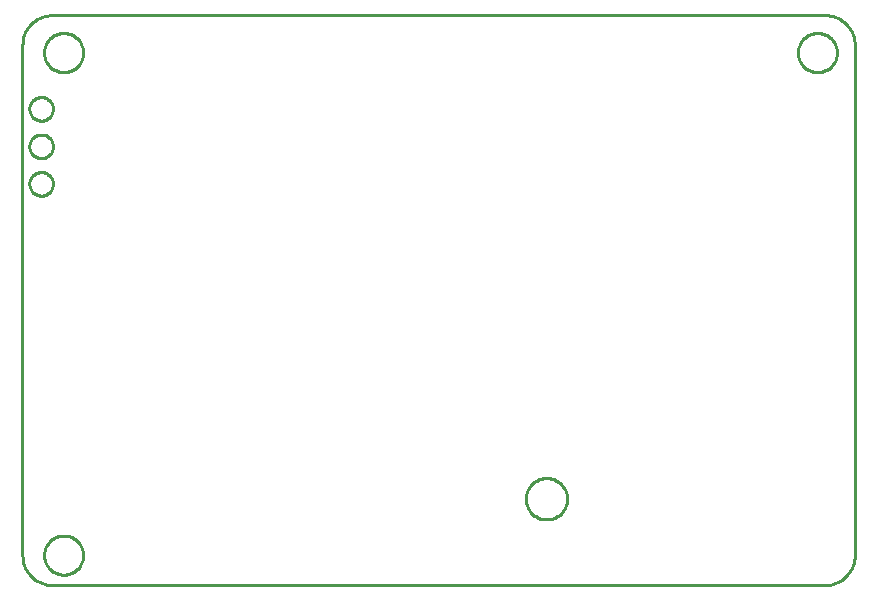
<source format=gbr>
G04 EAGLE Gerber RS-274X export*
G75*
%MOMM*%
%FSLAX34Y34*%
%LPD*%
%IN*%
%IPPOS*%
%AMOC8*
5,1,8,0,0,1.08239X$1,22.5*%
G01*
%ADD10C,0.254000*%


D10*
X0Y25400D02*
X97Y23186D01*
X386Y20989D01*
X865Y18826D01*
X1532Y16713D01*
X2380Y14666D01*
X3403Y12700D01*
X4594Y10831D01*
X5942Y9073D01*
X7440Y7440D01*
X9073Y5942D01*
X10831Y4594D01*
X12700Y3403D01*
X14666Y2380D01*
X16713Y1532D01*
X18826Y865D01*
X20989Y386D01*
X23186Y97D01*
X25400Y0D01*
X679450Y0D01*
X681664Y97D01*
X683861Y386D01*
X686024Y865D01*
X688137Y1532D01*
X690185Y2380D01*
X692150Y3403D01*
X694019Y4594D01*
X695777Y5942D01*
X697411Y7440D01*
X698908Y9073D01*
X700256Y10831D01*
X701447Y12700D01*
X702470Y14666D01*
X703318Y16713D01*
X703985Y18826D01*
X704464Y20989D01*
X704753Y23186D01*
X704850Y25400D01*
X704850Y457200D01*
X704753Y459414D01*
X704464Y461611D01*
X703985Y463774D01*
X703318Y465887D01*
X702470Y467935D01*
X701447Y469900D01*
X700256Y471769D01*
X698908Y473527D01*
X697411Y475161D01*
X695777Y476658D01*
X694019Y478006D01*
X692150Y479197D01*
X690185Y480220D01*
X688137Y481068D01*
X686024Y481735D01*
X683861Y482214D01*
X681664Y482503D01*
X679450Y482600D01*
X25400Y482600D01*
X23186Y482503D01*
X20989Y482214D01*
X18826Y481735D01*
X16713Y481068D01*
X14666Y480220D01*
X12700Y479197D01*
X10831Y478006D01*
X9073Y476658D01*
X7440Y475161D01*
X5942Y473527D01*
X4594Y471769D01*
X3403Y469900D01*
X2380Y467935D01*
X1532Y465887D01*
X865Y463774D01*
X386Y461611D01*
X97Y459414D01*
X0Y457200D01*
X0Y25400D01*
X25875Y339288D02*
X25799Y338419D01*
X25647Y337559D01*
X25421Y336715D01*
X25123Y335895D01*
X24754Y335103D01*
X24317Y334347D01*
X23816Y333632D01*
X23255Y332963D01*
X22637Y332345D01*
X21968Y331784D01*
X21253Y331283D01*
X20497Y330846D01*
X19705Y330477D01*
X18885Y330179D01*
X18041Y329953D01*
X17182Y329801D01*
X16312Y329725D01*
X15438Y329725D01*
X14569Y329801D01*
X13709Y329953D01*
X12865Y330179D01*
X12045Y330477D01*
X11253Y330846D01*
X10497Y331283D01*
X9782Y331784D01*
X9113Y332345D01*
X8495Y332963D01*
X7934Y333632D01*
X7433Y334347D01*
X6996Y335103D01*
X6627Y335895D01*
X6329Y336715D01*
X6103Y337559D01*
X5951Y338419D01*
X5875Y339288D01*
X5875Y340162D01*
X5951Y341032D01*
X6103Y341891D01*
X6329Y342735D01*
X6627Y343555D01*
X6996Y344347D01*
X7433Y345103D01*
X7934Y345818D01*
X8495Y346487D01*
X9113Y347105D01*
X9782Y347666D01*
X10497Y348167D01*
X11253Y348604D01*
X12045Y348973D01*
X12865Y349271D01*
X13709Y349497D01*
X14569Y349649D01*
X15438Y349725D01*
X16312Y349725D01*
X17182Y349649D01*
X18041Y349497D01*
X18885Y349271D01*
X19705Y348973D01*
X20497Y348604D01*
X21253Y348167D01*
X21968Y347666D01*
X22637Y347105D01*
X23255Y346487D01*
X23816Y345818D01*
X24317Y345103D01*
X24754Y344347D01*
X25123Y343555D01*
X25421Y342735D01*
X25647Y341891D01*
X25799Y341032D01*
X25875Y340162D01*
X25875Y339288D01*
X25875Y371038D02*
X25799Y370169D01*
X25647Y369309D01*
X25421Y368465D01*
X25123Y367645D01*
X24754Y366853D01*
X24317Y366097D01*
X23816Y365382D01*
X23255Y364713D01*
X22637Y364095D01*
X21968Y363534D01*
X21253Y363033D01*
X20497Y362596D01*
X19705Y362227D01*
X18885Y361929D01*
X18041Y361703D01*
X17182Y361551D01*
X16312Y361475D01*
X15438Y361475D01*
X14569Y361551D01*
X13709Y361703D01*
X12865Y361929D01*
X12045Y362227D01*
X11253Y362596D01*
X10497Y363033D01*
X9782Y363534D01*
X9113Y364095D01*
X8495Y364713D01*
X7934Y365382D01*
X7433Y366097D01*
X6996Y366853D01*
X6627Y367645D01*
X6329Y368465D01*
X6103Y369309D01*
X5951Y370169D01*
X5875Y371038D01*
X5875Y371912D01*
X5951Y372782D01*
X6103Y373641D01*
X6329Y374485D01*
X6627Y375305D01*
X6996Y376097D01*
X7433Y376853D01*
X7934Y377568D01*
X8495Y378237D01*
X9113Y378855D01*
X9782Y379416D01*
X10497Y379917D01*
X11253Y380354D01*
X12045Y380723D01*
X12865Y381021D01*
X13709Y381247D01*
X14569Y381399D01*
X15438Y381475D01*
X16312Y381475D01*
X17182Y381399D01*
X18041Y381247D01*
X18885Y381021D01*
X19705Y380723D01*
X20497Y380354D01*
X21253Y379917D01*
X21968Y379416D01*
X22637Y378855D01*
X23255Y378237D01*
X23816Y377568D01*
X24317Y376853D01*
X24754Y376097D01*
X25123Y375305D01*
X25421Y374485D01*
X25647Y373641D01*
X25799Y372782D01*
X25875Y371912D01*
X25875Y371038D01*
X25875Y402788D02*
X25799Y401919D01*
X25647Y401059D01*
X25421Y400215D01*
X25123Y399395D01*
X24754Y398603D01*
X24317Y397847D01*
X23816Y397132D01*
X23255Y396463D01*
X22637Y395845D01*
X21968Y395284D01*
X21253Y394783D01*
X20497Y394346D01*
X19705Y393977D01*
X18885Y393679D01*
X18041Y393453D01*
X17182Y393301D01*
X16312Y393225D01*
X15438Y393225D01*
X14569Y393301D01*
X13709Y393453D01*
X12865Y393679D01*
X12045Y393977D01*
X11253Y394346D01*
X10497Y394783D01*
X9782Y395284D01*
X9113Y395845D01*
X8495Y396463D01*
X7934Y397132D01*
X7433Y397847D01*
X6996Y398603D01*
X6627Y399395D01*
X6329Y400215D01*
X6103Y401059D01*
X5951Y401919D01*
X5875Y402788D01*
X5875Y403662D01*
X5951Y404532D01*
X6103Y405391D01*
X6329Y406235D01*
X6627Y407055D01*
X6996Y407847D01*
X7433Y408603D01*
X7934Y409318D01*
X8495Y409987D01*
X9113Y410605D01*
X9782Y411166D01*
X10497Y411667D01*
X11253Y412104D01*
X12045Y412473D01*
X12865Y412771D01*
X13709Y412997D01*
X14569Y413149D01*
X15438Y413225D01*
X16312Y413225D01*
X17182Y413149D01*
X18041Y412997D01*
X18885Y412771D01*
X19705Y412473D01*
X20497Y412104D01*
X21253Y411667D01*
X21968Y411166D01*
X22637Y410605D01*
X23255Y409987D01*
X23816Y409318D01*
X24317Y408603D01*
X24754Y407847D01*
X25123Y407055D01*
X25421Y406235D01*
X25647Y405391D01*
X25799Y404532D01*
X25875Y403662D01*
X25875Y402788D01*
X51435Y24860D02*
X51364Y23781D01*
X51223Y22709D01*
X51012Y21649D01*
X50733Y20605D01*
X50385Y19581D01*
X49971Y18583D01*
X49493Y17613D01*
X48953Y16677D01*
X48352Y15778D01*
X47694Y14921D01*
X46982Y14108D01*
X46217Y13344D01*
X45404Y12631D01*
X44547Y11973D01*
X43648Y11372D01*
X42712Y10832D01*
X41742Y10354D01*
X40744Y9940D01*
X39720Y9592D01*
X38676Y9313D01*
X37616Y9102D01*
X36544Y8961D01*
X35465Y8890D01*
X34385Y8890D01*
X33306Y8961D01*
X32234Y9102D01*
X31174Y9313D01*
X30130Y9592D01*
X29106Y9940D01*
X28108Y10354D01*
X27138Y10832D01*
X26202Y11372D01*
X25303Y11973D01*
X24446Y12631D01*
X23633Y13344D01*
X22869Y14108D01*
X22156Y14921D01*
X21498Y15778D01*
X20897Y16677D01*
X20357Y17613D01*
X19879Y18583D01*
X19465Y19581D01*
X19117Y20605D01*
X18838Y21649D01*
X18627Y22709D01*
X18486Y23781D01*
X18415Y24860D01*
X18415Y25940D01*
X18486Y27019D01*
X18627Y28091D01*
X18838Y29151D01*
X19117Y30195D01*
X19465Y31219D01*
X19879Y32217D01*
X20357Y33187D01*
X20897Y34123D01*
X21498Y35022D01*
X22156Y35879D01*
X22869Y36692D01*
X23633Y37457D01*
X24446Y38169D01*
X25303Y38827D01*
X26202Y39428D01*
X27138Y39968D01*
X28108Y40446D01*
X29106Y40860D01*
X30130Y41208D01*
X31174Y41487D01*
X32234Y41698D01*
X33306Y41839D01*
X34385Y41910D01*
X35465Y41910D01*
X36544Y41839D01*
X37616Y41698D01*
X38676Y41487D01*
X39720Y41208D01*
X40744Y40860D01*
X41742Y40446D01*
X42712Y39968D01*
X43648Y39428D01*
X44547Y38827D01*
X45404Y38169D01*
X46217Y37457D01*
X46982Y36692D01*
X47694Y35879D01*
X48352Y35022D01*
X48953Y34123D01*
X49493Y33187D01*
X49971Y32217D01*
X50385Y31219D01*
X50733Y30195D01*
X51012Y29151D01*
X51223Y28091D01*
X51364Y27019D01*
X51435Y25940D01*
X51435Y24860D01*
X51435Y450310D02*
X51364Y449231D01*
X51223Y448159D01*
X51012Y447099D01*
X50733Y446055D01*
X50385Y445031D01*
X49971Y444033D01*
X49493Y443063D01*
X48953Y442127D01*
X48352Y441228D01*
X47694Y440371D01*
X46982Y439558D01*
X46217Y438794D01*
X45404Y438081D01*
X44547Y437423D01*
X43648Y436822D01*
X42712Y436282D01*
X41742Y435804D01*
X40744Y435390D01*
X39720Y435042D01*
X38676Y434763D01*
X37616Y434552D01*
X36544Y434411D01*
X35465Y434340D01*
X34385Y434340D01*
X33306Y434411D01*
X32234Y434552D01*
X31174Y434763D01*
X30130Y435042D01*
X29106Y435390D01*
X28108Y435804D01*
X27138Y436282D01*
X26202Y436822D01*
X25303Y437423D01*
X24446Y438081D01*
X23633Y438794D01*
X22869Y439558D01*
X22156Y440371D01*
X21498Y441228D01*
X20897Y442127D01*
X20357Y443063D01*
X19879Y444033D01*
X19465Y445031D01*
X19117Y446055D01*
X18838Y447099D01*
X18627Y448159D01*
X18486Y449231D01*
X18415Y450310D01*
X18415Y451390D01*
X18486Y452469D01*
X18627Y453541D01*
X18838Y454601D01*
X19117Y455645D01*
X19465Y456669D01*
X19879Y457667D01*
X20357Y458637D01*
X20897Y459573D01*
X21498Y460472D01*
X22156Y461329D01*
X22869Y462142D01*
X23633Y462907D01*
X24446Y463619D01*
X25303Y464277D01*
X26202Y464878D01*
X27138Y465418D01*
X28108Y465896D01*
X29106Y466310D01*
X30130Y466658D01*
X31174Y466937D01*
X32234Y467148D01*
X33306Y467289D01*
X34385Y467360D01*
X35465Y467360D01*
X36544Y467289D01*
X37616Y467148D01*
X38676Y466937D01*
X39720Y466658D01*
X40744Y466310D01*
X41742Y465896D01*
X42712Y465418D01*
X43648Y464878D01*
X44547Y464277D01*
X45404Y463619D01*
X46217Y462907D01*
X46982Y462142D01*
X47694Y461329D01*
X48352Y460472D01*
X48953Y459573D01*
X49493Y458637D01*
X49971Y457667D01*
X50385Y456669D01*
X50733Y455645D01*
X51012Y454601D01*
X51223Y453541D01*
X51364Y452469D01*
X51435Y451390D01*
X51435Y450310D01*
X689610Y450310D02*
X689539Y449231D01*
X689398Y448159D01*
X689187Y447099D01*
X688908Y446055D01*
X688560Y445031D01*
X688146Y444033D01*
X687668Y443063D01*
X687128Y442127D01*
X686527Y441228D01*
X685869Y440371D01*
X685157Y439558D01*
X684392Y438794D01*
X683579Y438081D01*
X682722Y437423D01*
X681823Y436822D01*
X680887Y436282D01*
X679917Y435804D01*
X678919Y435390D01*
X677895Y435042D01*
X676851Y434763D01*
X675791Y434552D01*
X674719Y434411D01*
X673640Y434340D01*
X672560Y434340D01*
X671481Y434411D01*
X670409Y434552D01*
X669349Y434763D01*
X668305Y435042D01*
X667281Y435390D01*
X666283Y435804D01*
X665313Y436282D01*
X664377Y436822D01*
X663478Y437423D01*
X662621Y438081D01*
X661808Y438794D01*
X661044Y439558D01*
X660331Y440371D01*
X659673Y441228D01*
X659072Y442127D01*
X658532Y443063D01*
X658054Y444033D01*
X657640Y445031D01*
X657292Y446055D01*
X657013Y447099D01*
X656802Y448159D01*
X656661Y449231D01*
X656590Y450310D01*
X656590Y451390D01*
X656661Y452469D01*
X656802Y453541D01*
X657013Y454601D01*
X657292Y455645D01*
X657640Y456669D01*
X658054Y457667D01*
X658532Y458637D01*
X659072Y459573D01*
X659673Y460472D01*
X660331Y461329D01*
X661044Y462142D01*
X661808Y462907D01*
X662621Y463619D01*
X663478Y464277D01*
X664377Y464878D01*
X665313Y465418D01*
X666283Y465896D01*
X667281Y466310D01*
X668305Y466658D01*
X669349Y466937D01*
X670409Y467148D01*
X671481Y467289D01*
X672560Y467360D01*
X673640Y467360D01*
X674719Y467289D01*
X675791Y467148D01*
X676851Y466937D01*
X677895Y466658D01*
X678919Y466310D01*
X679917Y465896D01*
X680887Y465418D01*
X681823Y464878D01*
X682722Y464277D01*
X683579Y463619D01*
X684392Y462907D01*
X685157Y462142D01*
X685869Y461329D01*
X686527Y460472D01*
X687128Y459573D01*
X687668Y458637D01*
X688146Y457667D01*
X688560Y456669D01*
X688908Y455645D01*
X689187Y454601D01*
X689398Y453541D01*
X689539Y452469D01*
X689610Y451390D01*
X689610Y450310D01*
X461175Y72602D02*
X461100Y71459D01*
X460951Y70323D01*
X460727Y69199D01*
X460430Y68092D01*
X460062Y67007D01*
X459624Y65949D01*
X459117Y64921D01*
X458544Y63929D01*
X457907Y62976D01*
X457210Y62067D01*
X456454Y61206D01*
X455644Y60396D01*
X454783Y59640D01*
X453874Y58943D01*
X452921Y58306D01*
X451929Y57733D01*
X450901Y57226D01*
X449843Y56788D01*
X448758Y56420D01*
X447651Y56123D01*
X446527Y55900D01*
X445391Y55750D01*
X444248Y55675D01*
X443102Y55675D01*
X441959Y55750D01*
X440823Y55900D01*
X439699Y56123D01*
X438592Y56420D01*
X437507Y56788D01*
X436449Y57226D01*
X435421Y57733D01*
X434429Y58306D01*
X433476Y58943D01*
X432567Y59640D01*
X431706Y60396D01*
X430896Y61206D01*
X430140Y62067D01*
X429443Y62976D01*
X428806Y63929D01*
X428233Y64921D01*
X427726Y65949D01*
X427288Y67007D01*
X426920Y68092D01*
X426623Y69199D01*
X426400Y70323D01*
X426250Y71459D01*
X426175Y72602D01*
X426175Y73748D01*
X426250Y74891D01*
X426400Y76027D01*
X426623Y77151D01*
X426920Y78258D01*
X427288Y79343D01*
X427726Y80401D01*
X428233Y81429D01*
X428806Y82421D01*
X429443Y83374D01*
X430140Y84283D01*
X430896Y85144D01*
X431706Y85954D01*
X432567Y86710D01*
X433476Y87407D01*
X434429Y88044D01*
X435421Y88617D01*
X436449Y89124D01*
X437507Y89562D01*
X438592Y89930D01*
X439699Y90227D01*
X440823Y90451D01*
X441959Y90600D01*
X443102Y90675D01*
X444248Y90675D01*
X445391Y90600D01*
X446527Y90451D01*
X447651Y90227D01*
X448758Y89930D01*
X449843Y89562D01*
X450901Y89124D01*
X451929Y88617D01*
X452921Y88044D01*
X453874Y87407D01*
X454783Y86710D01*
X455644Y85954D01*
X456454Y85144D01*
X457210Y84283D01*
X457907Y83374D01*
X458544Y82421D01*
X459117Y81429D01*
X459624Y80401D01*
X460062Y79343D01*
X460430Y78258D01*
X460727Y77151D01*
X460951Y76027D01*
X461100Y74891D01*
X461175Y73748D01*
X461175Y72602D01*
M02*

</source>
